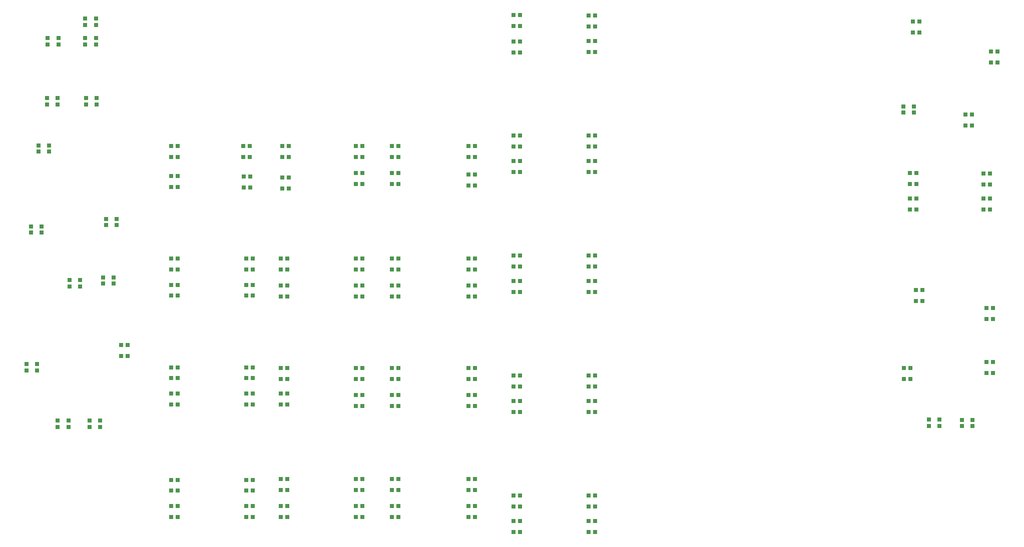
<source format=gbr>
%TF.GenerationSoftware,KiCad,Pcbnew,8.0.5*%
%TF.CreationDate,2024-09-19T18:03:29-06:00*%
%TF.ProjectId,UFC_Main,5546435f-4d61-4696-9e2e-6b696361645f,6.1.0*%
%TF.SameCoordinates,Original*%
%TF.FileFunction,Paste,Top*%
%TF.FilePolarity,Positive*%
%FSLAX46Y46*%
G04 Gerber Fmt 4.6, Leading zero omitted, Abs format (unit mm)*
G04 Created by KiCad (PCBNEW 8.0.5) date 2024-09-19 18:03:29*
%MOMM*%
%LPD*%
G01*
G04 APERTURE LIST*
%ADD10R,0.700000X0.700000*%
G04 APERTURE END LIST*
D10*
%TO.C,D30*%
X39412000Y76380200D03*
X38312000Y76380200D03*
X38312000Y74550200D03*
X39412000Y74550200D03*
%TD*%
%TO.C,D13*%
X13415000Y93550000D03*
X13415000Y94650000D03*
X11585000Y94650000D03*
X11585000Y93550000D03*
%TD*%
%TO.C,D44*%
X58462000Y19992200D03*
X57362000Y19992200D03*
X57362000Y18162200D03*
X58462000Y18162200D03*
%TD*%
%TO.C,D57*%
X63458000Y18162200D03*
X64558000Y18162200D03*
X64558000Y19992200D03*
X63458000Y19992200D03*
%TD*%
%TO.C,D99*%
X97832000Y53520200D03*
X96732000Y53520200D03*
X96732000Y51690200D03*
X97832000Y51690200D03*
%TD*%
%TO.C,D67*%
X83990000Y96749200D03*
X85090000Y96749200D03*
X85090000Y98579200D03*
X83990000Y98579200D03*
%TD*%
%TO.C,D1*%
X12285000Y29950000D03*
X12285000Y28850000D03*
X14115000Y28850000D03*
X14115000Y29950000D03*
%TD*%
%TO.C,D17*%
X26120000Y55500200D03*
X27220000Y55500200D03*
X27220000Y57330200D03*
X26120000Y57330200D03*
%TD*%
%TO.C,D9*%
X15087000Y64077200D03*
X15087000Y62977200D03*
X16917000Y62977200D03*
X16917000Y64077200D03*
%TD*%
%TO.C,D52*%
X63458000Y69978200D03*
X64558000Y69978200D03*
X64558000Y71808200D03*
X63458000Y71808200D03*
%TD*%
%TO.C,D62*%
X77512000Y38788200D03*
X76412000Y38788200D03*
X76412000Y36958200D03*
X77512000Y36958200D03*
%TD*%
%TO.C,D111*%
X152104000Y50166200D03*
X153204000Y50166200D03*
X153204000Y51996200D03*
X152104000Y51996200D03*
%TD*%
%TO.C,D14*%
X13415000Y96850000D03*
X13415000Y97950000D03*
X11585000Y97950000D03*
X11585000Y96850000D03*
%TD*%
%TO.C,D27*%
X39920000Y52885200D03*
X38820000Y52885200D03*
X38820000Y51055200D03*
X39920000Y51055200D03*
%TD*%
%TO.C,D54*%
X63458000Y50928200D03*
X64558000Y50928200D03*
X64558000Y52758200D03*
X63458000Y52758200D03*
%TD*%
%TO.C,D46*%
X58462000Y38788200D03*
X57362000Y38788200D03*
X57362000Y36958200D03*
X58462000Y36958200D03*
%TD*%
%TO.C,D2*%
X6885000Y29950000D03*
X6885000Y28850000D03*
X8715000Y28850000D03*
X8715000Y29950000D03*
%TD*%
%TO.C,D91*%
X83990000Y35688200D03*
X85090000Y35688200D03*
X85090000Y37518200D03*
X83990000Y37518200D03*
%TD*%
%TO.C,D109*%
X151088000Y69978200D03*
X152188000Y69978200D03*
X152188000Y71808200D03*
X151088000Y71808200D03*
%TD*%
%TO.C,D63*%
X77512000Y52758200D03*
X76412000Y52758200D03*
X76412000Y50928200D03*
X77512000Y50928200D03*
%TD*%
%TO.C,D45*%
X58462000Y34216200D03*
X57362000Y34216200D03*
X57362000Y32386200D03*
X58462000Y32386200D03*
%TD*%
%TO.C,D49*%
X58462000Y71808200D03*
X57362000Y71808200D03*
X57362000Y69978200D03*
X58462000Y69978200D03*
%TD*%
%TO.C,D113*%
X156109000Y28983200D03*
X156109000Y30083200D03*
X154279000Y30083200D03*
X154279000Y28983200D03*
%TD*%
%TO.C,D33*%
X44662000Y55500200D03*
X45762000Y55500200D03*
X45762000Y57330200D03*
X44662000Y57330200D03*
%TD*%
%TO.C,D26*%
X39920000Y38915200D03*
X38820000Y38915200D03*
X38820000Y37085200D03*
X39920000Y37085200D03*
%TD*%
%TO.C,D97*%
X97832000Y33200200D03*
X96732000Y33200200D03*
X96732000Y31370200D03*
X97832000Y31370200D03*
%TD*%
%TO.C,D101*%
X97832000Y73840200D03*
X96732000Y73840200D03*
X96732000Y72010200D03*
X97832000Y72010200D03*
%TD*%
%TO.C,D50*%
X58462000Y76380200D03*
X57362000Y76380200D03*
X57362000Y74550200D03*
X58462000Y74550200D03*
%TD*%
%TO.C,D41*%
X44662000Y18162200D03*
X45762000Y18162200D03*
X45762000Y19992200D03*
X44662000Y19992200D03*
%TD*%
%TO.C,D8*%
X3657000Y76523200D03*
X3657000Y75423200D03*
X5487000Y75423200D03*
X5487000Y76523200D03*
%TD*%
%TO.C,D107*%
X160486000Y79884200D03*
X161586000Y79884200D03*
X161586000Y81714200D03*
X160486000Y81714200D03*
%TD*%
%TO.C,D10*%
X11685000Y84550000D03*
X11685000Y83450000D03*
X13515000Y83450000D03*
X13515000Y84550000D03*
%TD*%
%TO.C,D68*%
X83990000Y92229200D03*
X85090000Y92229200D03*
X85090000Y94059200D03*
X83990000Y94059200D03*
%TD*%
%TO.C,D90*%
X83990000Y51690200D03*
X85090000Y51690200D03*
X85090000Y53520200D03*
X83990000Y53520200D03*
%TD*%
%TO.C,D11*%
X5085000Y84550000D03*
X5085000Y83450000D03*
X6915000Y83450000D03*
X6915000Y84550000D03*
%TD*%
%TO.C,D114*%
X159867000Y30041200D03*
X159867000Y28941200D03*
X161697000Y28941200D03*
X161697000Y30041200D03*
%TD*%
%TO.C,D5*%
X18774700Y42676700D03*
X17674700Y42676700D03*
X17674700Y40846700D03*
X18774700Y40846700D03*
%TD*%
%TO.C,D105*%
X152696000Y97462200D03*
X151596000Y97462200D03*
X151596000Y95632200D03*
X152696000Y95632200D03*
%TD*%
%TO.C,D115*%
X165142000Y39804200D03*
X164042000Y39804200D03*
X164042000Y37974200D03*
X165142000Y37974200D03*
%TD*%
%TO.C,D95*%
X97832000Y12880200D03*
X96732000Y12880200D03*
X96732000Y11050200D03*
X97832000Y11050200D03*
%TD*%
%TO.C,D92*%
X84032000Y31370200D03*
X85132000Y31370200D03*
X85132000Y33200200D03*
X84032000Y33200200D03*
%TD*%
%TO.C,D28*%
X39920000Y57330200D03*
X38820000Y57330200D03*
X38820000Y55500200D03*
X39920000Y55500200D03*
%TD*%
%TO.C,D117*%
X164592000Y71707200D03*
X163492000Y71707200D03*
X163492000Y69877200D03*
X164592000Y69877200D03*
%TD*%
%TO.C,D53*%
X63458000Y55500200D03*
X64558000Y55500200D03*
X64558000Y57330200D03*
X63458000Y57330200D03*
%TD*%
%TO.C,D22*%
X26120000Y13590200D03*
X27220000Y13590200D03*
X27220000Y15420200D03*
X26120000Y15420200D03*
%TD*%
%TO.C,D35*%
X44662000Y36958200D03*
X45762000Y36958200D03*
X45762000Y38788200D03*
X44662000Y38788200D03*
%TD*%
%TO.C,D23*%
X39920000Y15420200D03*
X38820000Y15420200D03*
X38820000Y13590200D03*
X39920000Y13590200D03*
%TD*%
%TO.C,D7*%
X2387000Y62807200D03*
X2387000Y61707200D03*
X4217000Y61707200D03*
X4217000Y62807200D03*
%TD*%
%TO.C,D65*%
X77512000Y71554200D03*
X76412000Y71554200D03*
X76412000Y69724200D03*
X77512000Y69724200D03*
%TD*%
%TO.C,D108*%
X149961000Y83127200D03*
X149961000Y82027200D03*
X151791000Y82027200D03*
X151791000Y83127200D03*
%TD*%
%TO.C,D42*%
X44662000Y13590200D03*
X45762000Y13590200D03*
X45762000Y15420200D03*
X44662000Y15420200D03*
%TD*%
%TO.C,D93*%
X84032000Y15368200D03*
X85132000Y15368200D03*
X85132000Y17198200D03*
X84032000Y17198200D03*
%TD*%
%TO.C,D103*%
X97832000Y94160200D03*
X96732000Y94160200D03*
X96732000Y92330200D03*
X97832000Y92330200D03*
%TD*%
%TO.C,D61*%
X77512000Y34216200D03*
X76412000Y34216200D03*
X76412000Y32386200D03*
X77512000Y32386200D03*
%TD*%
%TO.C,D29*%
X39454000Y71199200D03*
X38354000Y71199200D03*
X38354000Y69369200D03*
X39454000Y69369200D03*
%TD*%
%TO.C,D88*%
X83990000Y72010200D03*
X85090000Y72010200D03*
X85090000Y73840200D03*
X83990000Y73840200D03*
%TD*%
%TO.C,D64*%
X77512000Y57330200D03*
X76412000Y57330200D03*
X76412000Y55500200D03*
X77512000Y55500200D03*
%TD*%
%TO.C,D19*%
X26120000Y37085200D03*
X27220000Y37085200D03*
X27220000Y38915200D03*
X26120000Y38915200D03*
%TD*%
%TO.C,D87*%
X83990000Y76328200D03*
X85090000Y76328200D03*
X85090000Y78158200D03*
X83990000Y78158200D03*
%TD*%
%TO.C,D31*%
X44916000Y74550200D03*
X46016000Y74550200D03*
X46016000Y76380200D03*
X44916000Y76380200D03*
%TD*%
%TO.C,D102*%
X97832000Y78158200D03*
X96732000Y78158200D03*
X96732000Y76328200D03*
X97832000Y76328200D03*
%TD*%
%TO.C,D100*%
X97832000Y57838200D03*
X96732000Y57838200D03*
X96732000Y56008200D03*
X97832000Y56008200D03*
%TD*%
%TO.C,D32*%
X44916000Y69216200D03*
X46016000Y69216200D03*
X46016000Y71046200D03*
X44916000Y71046200D03*
%TD*%
%TO.C,D55*%
X63458000Y36958200D03*
X64558000Y36958200D03*
X64558000Y38788200D03*
X63458000Y38788200D03*
%TD*%
%TO.C,D56*%
X63458000Y32386200D03*
X64558000Y32386200D03*
X64558000Y34216200D03*
X63458000Y34216200D03*
%TD*%
%TO.C,D112*%
X150072000Y36958200D03*
X151172000Y36958200D03*
X151172000Y38788200D03*
X150072000Y38788200D03*
%TD*%
%TO.C,D4*%
X10719200Y52566200D03*
X10719200Y53666200D03*
X8889200Y53666200D03*
X8889200Y52566200D03*
%TD*%
%TO.C,D60*%
X77512000Y19992200D03*
X76412000Y19992200D03*
X76412000Y18162200D03*
X77512000Y18162200D03*
%TD*%
%TO.C,D51*%
X63458000Y74550200D03*
X64558000Y74550200D03*
X64558000Y76380200D03*
X63458000Y76380200D03*
%TD*%
%TO.C,D106*%
X164804000Y90552200D03*
X165904000Y90552200D03*
X165904000Y92382200D03*
X164804000Y92382200D03*
%TD*%
%TO.C,D6*%
X14579000Y54171200D03*
X14579000Y53071200D03*
X16409000Y53071200D03*
X16409000Y54171200D03*
%TD*%
%TO.C,D86*%
X164634000Y67490200D03*
X163534000Y67490200D03*
X163534000Y65660200D03*
X164634000Y65660200D03*
%TD*%
%TO.C,D21*%
X26120000Y18035200D03*
X27220000Y18035200D03*
X27220000Y19865200D03*
X26120000Y19865200D03*
%TD*%
%TO.C,D15*%
X26120000Y74550200D03*
X27220000Y74550200D03*
X27220000Y76380200D03*
X26120000Y76380200D03*
%TD*%
%TO.C,D12*%
X7015000Y93550000D03*
X7015000Y94650000D03*
X5185000Y94650000D03*
X5185000Y93550000D03*
%TD*%
%TO.C,D104*%
X97832000Y98478200D03*
X96732000Y98478200D03*
X96732000Y96648200D03*
X97832000Y96648200D03*
%TD*%
%TO.C,D94*%
X84032000Y11050200D03*
X85132000Y11050200D03*
X85132000Y12880200D03*
X84032000Y12880200D03*
%TD*%
%TO.C,D16*%
X26120000Y69470200D03*
X27220000Y69470200D03*
X27220000Y71300200D03*
X26120000Y71300200D03*
%TD*%
%TO.C,D18*%
X26120000Y51055200D03*
X27220000Y51055200D03*
X27220000Y52885200D03*
X26120000Y52885200D03*
%TD*%
%TO.C,D43*%
X58462000Y15420200D03*
X57362000Y15420200D03*
X57362000Y13590200D03*
X58462000Y13590200D03*
%TD*%
%TO.C,D116*%
X165142000Y48948200D03*
X164042000Y48948200D03*
X164042000Y47118200D03*
X165142000Y47118200D03*
%TD*%
%TO.C,D20*%
X26120000Y32640200D03*
X27220000Y32640200D03*
X27220000Y34470200D03*
X26120000Y34470200D03*
%TD*%
%TO.C,D48*%
X58462000Y57330200D03*
X57362000Y57330200D03*
X57362000Y55500200D03*
X58462000Y55500200D03*
%TD*%
%TO.C,D25*%
X39920000Y34470200D03*
X38820000Y34470200D03*
X38820000Y32640200D03*
X39920000Y32640200D03*
%TD*%
%TO.C,D96*%
X97832000Y17198200D03*
X96732000Y17198200D03*
X96732000Y15368200D03*
X97832000Y15368200D03*
%TD*%
%TO.C,D3*%
X1625000Y39450000D03*
X1625000Y38350000D03*
X3455000Y38350000D03*
X3455000Y39450000D03*
%TD*%
%TO.C,D66*%
X77512000Y76380200D03*
X76412000Y76380200D03*
X76412000Y74550200D03*
X77512000Y74550200D03*
%TD*%
%TO.C,D89*%
X83990000Y56008200D03*
X85090000Y56008200D03*
X85090000Y57838200D03*
X83990000Y57838200D03*
%TD*%
%TO.C,D98*%
X97832000Y37518200D03*
X96732000Y37518200D03*
X96732000Y35688200D03*
X97832000Y35688200D03*
%TD*%
%TO.C,D34*%
X44662000Y50928200D03*
X45762000Y50928200D03*
X45762000Y52758200D03*
X44662000Y52758200D03*
%TD*%
%TO.C,D24*%
X39920000Y19865200D03*
X38820000Y19865200D03*
X38820000Y18035200D03*
X39920000Y18035200D03*
%TD*%
%TO.C,D36*%
X44662000Y32640200D03*
X45762000Y32640200D03*
X45762000Y34470200D03*
X44662000Y34470200D03*
%TD*%
%TO.C,D47*%
X58462000Y52758200D03*
X57362000Y52758200D03*
X57362000Y50928200D03*
X58462000Y50928200D03*
%TD*%
%TO.C,D58*%
X63458000Y13590200D03*
X64558000Y13590200D03*
X64558000Y15420200D03*
X63458000Y15420200D03*
%TD*%
%TO.C,D59*%
X77512000Y15420200D03*
X76412000Y15420200D03*
X76412000Y13590200D03*
X77512000Y13590200D03*
%TD*%
%TO.C,D110*%
X151088000Y65660200D03*
X152188000Y65660200D03*
X152188000Y67490200D03*
X151088000Y67490200D03*
%TD*%
M02*

</source>
